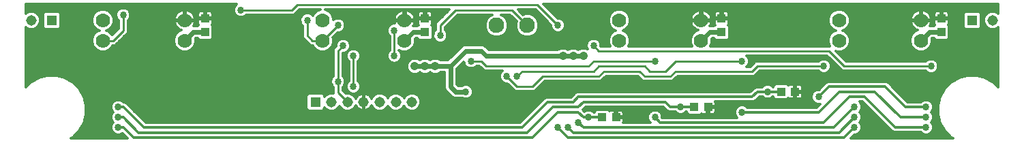
<source format=gbl>
G75*
G70*
%OFA0B0*%
%FSLAX24Y24*%
%IPPOS*%
%LPD*%
%AMOC8*
5,1,8,0,0,1.08239X$1,22.5*
%
%ADD10C,0.0700*%
%ADD11R,0.0515X0.0515*%
%ADD12C,0.0515*%
%ADD13C,0.0760*%
%ADD14R,0.0394X0.0433*%
%ADD15R,0.0433X0.0394*%
%ADD16C,0.0120*%
%ADD17C,0.0340*%
%ADD18C,0.0420*%
%ADD19C,0.0240*%
%ADD20C,0.0100*%
D10*
X004160Y005180D03*
X008160Y005180D03*
X008160Y006180D03*
X004160Y006180D03*
X014910Y006180D03*
X018910Y006180D03*
X018910Y005180D03*
X014910Y005180D03*
X029410Y005180D03*
X033410Y005180D03*
X033410Y006180D03*
X029410Y006180D03*
X040160Y006180D03*
X044160Y006180D03*
X044160Y005180D03*
X040160Y005180D03*
D11*
X046660Y006180D03*
X014548Y002180D03*
X001660Y006180D03*
D12*
X000660Y006180D03*
X015335Y002180D03*
X016123Y002180D03*
X016910Y002180D03*
X017697Y002180D03*
X018485Y002180D03*
X019272Y002180D03*
X047660Y006180D03*
D13*
X024910Y005930D03*
X023410Y005930D03*
D14*
X019910Y005595D03*
X019910Y006265D03*
X009160Y006265D03*
X009160Y005595D03*
X034410Y005595D03*
X034410Y006265D03*
X045160Y006265D03*
X045160Y005595D03*
D15*
X037995Y002680D03*
X037325Y002680D03*
X033745Y001930D03*
X033075Y001930D03*
X029245Y001430D03*
X028575Y001430D03*
D16*
X002692Y000456D02*
X002595Y000400D01*
X005351Y000400D01*
X005113Y000638D01*
X005108Y000633D01*
X004980Y000580D01*
X004840Y000580D01*
X004712Y000633D01*
X004613Y000732D01*
X004560Y000860D01*
X004560Y001000D01*
X004613Y001128D01*
X003212Y001128D01*
X003226Y001152D02*
X003340Y001579D01*
X003340Y002021D01*
X003226Y002448D01*
X003004Y002832D01*
X002692Y003144D01*
X002308Y003366D01*
X001881Y003480D01*
X001439Y003480D01*
X001012Y003366D01*
X000628Y003144D01*
X000380Y002896D01*
X000380Y005841D01*
X000412Y005809D01*
X000573Y005743D01*
X000747Y005743D01*
X000908Y005809D01*
X001031Y005932D01*
X001097Y006093D01*
X001097Y006267D01*
X001031Y006428D01*
X000908Y006551D01*
X000747Y006617D01*
X000573Y006617D01*
X000412Y006551D01*
X000380Y006519D01*
X000380Y006960D01*
X010695Y006960D01*
X010613Y006878D01*
X010560Y006750D01*
X010560Y006610D01*
X010613Y006482D01*
X010712Y006383D01*
X010840Y006330D01*
X010980Y006330D01*
X011108Y006383D01*
X011175Y006450D01*
X013505Y006450D01*
X013755Y006700D01*
X014780Y006700D01*
X014610Y006629D01*
X014461Y006480D01*
X014430Y006405D01*
X014358Y006477D01*
X014230Y006530D01*
X014090Y006530D01*
X013962Y006477D01*
X013863Y006378D01*
X013810Y006250D01*
X013810Y006110D01*
X013863Y005982D01*
X013930Y005915D01*
X013930Y005335D01*
X014180Y005085D01*
X014315Y004950D01*
X014432Y004950D01*
X014461Y004880D01*
X014610Y004731D01*
X014805Y004650D01*
X015015Y004650D01*
X015210Y004731D01*
X015359Y004880D01*
X015440Y005075D01*
X015440Y005285D01*
X015411Y005356D01*
X015635Y005580D01*
X015730Y005580D01*
X015858Y005633D01*
X015957Y005732D01*
X016010Y005860D01*
X016010Y006000D01*
X015957Y006128D01*
X015858Y006227D01*
X015730Y006280D01*
X015590Y006280D01*
X015462Y006227D01*
X015440Y006205D01*
X015440Y006285D01*
X015359Y006480D01*
X015210Y006629D01*
X015040Y006700D01*
X021105Y006700D01*
X020430Y006025D01*
X020430Y005695D01*
X020363Y005628D01*
X020310Y005500D01*
X020310Y005360D01*
X020363Y005232D01*
X020462Y005133D01*
X020590Y005080D01*
X020730Y005080D01*
X020858Y005133D01*
X020957Y005232D01*
X021010Y005360D01*
X021010Y005500D01*
X020957Y005628D01*
X020890Y005695D01*
X020890Y005835D01*
X021505Y006450D01*
X023202Y006450D01*
X023093Y006405D01*
X022935Y006247D01*
X022850Y006041D01*
X022850Y005819D01*
X022935Y005613D01*
X023093Y005455D01*
X023299Y005370D01*
X023521Y005370D01*
X023727Y005455D01*
X023885Y005613D01*
X023970Y005819D01*
X023970Y006041D01*
X023885Y006247D01*
X023727Y006405D01*
X023618Y006450D01*
X024065Y006450D01*
X024386Y006129D01*
X024350Y006041D01*
X024350Y005819D01*
X024435Y005613D01*
X024593Y005455D01*
X024799Y005370D01*
X025021Y005370D01*
X025227Y005455D01*
X025385Y005613D01*
X025470Y005819D01*
X025470Y006041D01*
X025385Y006247D01*
X025227Y006405D01*
X025021Y006490D01*
X024799Y006490D01*
X024711Y006454D01*
X024465Y006700D01*
X025315Y006700D01*
X026060Y005955D01*
X026060Y005860D01*
X026113Y005732D01*
X026212Y005633D01*
X026340Y005580D01*
X026480Y005580D01*
X026608Y005633D01*
X026707Y005732D01*
X026760Y005860D01*
X026760Y006000D01*
X026707Y006128D01*
X026608Y006227D01*
X026480Y006280D01*
X026385Y006280D01*
X025705Y006960D01*
X047940Y006960D01*
X047940Y006519D01*
X047908Y006551D01*
X047747Y006617D01*
X047573Y006617D01*
X047412Y006551D01*
X047289Y006428D01*
X047223Y006267D01*
X047223Y006093D01*
X047289Y005932D01*
X047412Y005809D01*
X047573Y005743D01*
X047747Y005743D01*
X047908Y005809D01*
X047940Y005841D01*
X047940Y002896D01*
X047692Y003144D01*
X047308Y003366D01*
X046881Y003480D01*
X046439Y003480D01*
X046012Y003366D01*
X045628Y003144D01*
X045316Y002832D01*
X045094Y002448D01*
X044980Y002021D01*
X044980Y001579D01*
X045094Y001152D01*
X045316Y000768D01*
X045628Y000456D01*
X045725Y000400D01*
X040719Y000400D01*
X040899Y000580D01*
X040980Y000580D01*
X041108Y000633D01*
X041207Y000732D01*
X041260Y000860D01*
X041260Y001000D01*
X041207Y001128D01*
X042373Y001128D01*
X042491Y001010D02*
X041256Y001010D01*
X041207Y001128D02*
X041155Y001180D01*
X041207Y001232D01*
X041260Y001360D01*
X041260Y001500D01*
X041207Y001628D01*
X041155Y001680D01*
X041207Y001732D01*
X041260Y001860D01*
X041260Y002000D01*
X041207Y002128D01*
X041145Y002190D01*
X041311Y002190D01*
X042774Y000727D01*
X042862Y000690D01*
X044155Y000690D01*
X044212Y000633D01*
X044340Y000580D01*
X044480Y000580D01*
X044608Y000633D01*
X044707Y000732D01*
X044760Y000860D01*
X044760Y001000D01*
X044707Y001128D01*
X045108Y001128D01*
X045176Y001010D02*
X044756Y001010D01*
X044707Y001128D02*
X044655Y001180D01*
X044707Y001232D01*
X044760Y001360D01*
X044760Y001500D01*
X044707Y001628D01*
X044655Y001680D01*
X044707Y001732D01*
X044760Y001860D01*
X044760Y002000D01*
X044707Y002128D01*
X044608Y002227D01*
X044480Y002280D01*
X044340Y002280D01*
X044212Y002227D01*
X044155Y002170D01*
X043509Y002170D01*
X042613Y003066D01*
X042546Y003133D01*
X042458Y003170D01*
X039612Y003170D01*
X039524Y003133D01*
X039171Y002780D01*
X039090Y002780D01*
X038962Y002727D01*
X038863Y002628D01*
X038810Y002500D01*
X038810Y002360D01*
X038863Y002232D01*
X038962Y002133D01*
X039090Y002080D01*
X039221Y002080D01*
X039061Y001920D01*
X035665Y001920D01*
X035608Y001977D01*
X035480Y002030D01*
X035340Y002030D01*
X035212Y001977D01*
X035113Y001878D01*
X035060Y001750D01*
X035060Y001610D01*
X035113Y001482D01*
X035175Y001420D01*
X031510Y001420D01*
X031510Y001500D01*
X031457Y001628D01*
X031358Y001727D01*
X031230Y001780D01*
X031090Y001780D01*
X030962Y001727D01*
X030863Y001628D01*
X030810Y001500D01*
X030810Y001360D01*
X030863Y001232D01*
X030925Y001170D01*
X029609Y001170D01*
X029610Y001171D01*
X029621Y001212D01*
X029621Y001392D01*
X029283Y001392D01*
X029283Y001468D01*
X029621Y001468D01*
X029621Y001648D01*
X029610Y001689D01*
X029589Y001725D01*
X029559Y001755D01*
X029523Y001776D01*
X029482Y001787D01*
X029283Y001787D01*
X029283Y001468D01*
X029206Y001468D01*
X029206Y001787D01*
X029007Y001787D01*
X028966Y001776D01*
X028930Y001755D01*
X028924Y001749D01*
X028866Y001807D01*
X028284Y001807D01*
X028179Y001701D01*
X028179Y001670D01*
X028165Y001670D01*
X028108Y001727D01*
X027980Y001780D01*
X027840Y001780D01*
X027712Y001727D01*
X027707Y001722D01*
X027624Y001805D01*
X027759Y001940D01*
X031561Y001940D01*
X031707Y001794D01*
X031774Y001727D01*
X031862Y001690D01*
X032155Y001690D01*
X032212Y001633D01*
X032340Y001580D01*
X032480Y001580D01*
X032608Y001633D01*
X032665Y001690D01*
X032679Y001690D01*
X032679Y001659D01*
X032784Y001553D01*
X033366Y001553D01*
X033424Y001611D01*
X033430Y001605D01*
X033466Y001584D01*
X033507Y001573D01*
X033706Y001573D01*
X033706Y001892D01*
X033783Y001892D01*
X033783Y001968D01*
X034121Y001968D01*
X034121Y002148D01*
X034110Y002189D01*
X034109Y002190D01*
X035958Y002190D01*
X036046Y002227D01*
X036259Y002440D01*
X036405Y002440D01*
X036462Y002383D01*
X036590Y002330D01*
X036730Y002330D01*
X036858Y002383D01*
X036915Y002440D01*
X036929Y002440D01*
X036929Y002409D01*
X037034Y002303D01*
X037616Y002303D01*
X037674Y002361D01*
X037680Y002355D01*
X037716Y002334D01*
X037757Y002323D01*
X037956Y002323D01*
X037956Y002642D01*
X038033Y002642D01*
X038033Y002718D01*
X038371Y002718D01*
X038371Y002898D01*
X038360Y002939D01*
X038339Y002975D01*
X038309Y003005D01*
X038273Y003026D01*
X038232Y003037D01*
X038033Y003037D01*
X038033Y002718D01*
X037956Y002718D01*
X037956Y003037D01*
X037757Y003037D01*
X037716Y003026D01*
X037680Y003005D01*
X037674Y002999D01*
X037616Y003057D01*
X037034Y003057D01*
X036929Y002951D01*
X036929Y002920D01*
X036915Y002920D01*
X036858Y002977D01*
X036730Y003030D01*
X036590Y003030D01*
X036462Y002977D01*
X036405Y002920D01*
X036112Y002920D01*
X036024Y002883D01*
X035957Y002816D01*
X035811Y002670D01*
X027362Y002670D01*
X027274Y002633D01*
X027207Y002566D01*
X027061Y002420D01*
X025862Y002420D01*
X025774Y002383D01*
X025707Y002316D01*
X024561Y001170D01*
X006259Y001170D01*
X005296Y002133D01*
X005208Y002170D01*
X005165Y002170D01*
X005108Y002227D01*
X004980Y002280D01*
X004840Y002280D01*
X004712Y002227D01*
X004613Y002128D01*
X004560Y002000D01*
X004560Y001860D01*
X004613Y001732D01*
X004665Y001680D01*
X004613Y001628D01*
X004560Y001500D01*
X004560Y001360D01*
X004613Y001232D01*
X004665Y001180D01*
X004613Y001128D01*
X004564Y001010D02*
X003144Y001010D01*
X003075Y000891D02*
X004560Y000891D01*
X004596Y000773D02*
X003007Y000773D01*
X003004Y000768D02*
X003226Y001152D01*
X003251Y001247D02*
X004607Y001247D01*
X004560Y001365D02*
X003283Y001365D01*
X003314Y001484D02*
X004560Y001484D01*
X004910Y001430D02*
X005160Y001430D01*
X005910Y000680D01*
X024910Y000680D01*
X026160Y001930D01*
X027410Y001930D01*
X027660Y002180D01*
X031660Y002180D01*
X031910Y001930D01*
X032410Y001930D01*
X033075Y001930D01*
X033706Y001839D02*
X033783Y001839D01*
X033783Y001892D02*
X033783Y001573D01*
X033982Y001573D01*
X034023Y001584D01*
X034059Y001605D01*
X034089Y001635D01*
X034110Y001671D01*
X034121Y001712D01*
X034121Y001892D01*
X033783Y001892D01*
X033783Y001958D02*
X035193Y001958D01*
X035097Y001839D02*
X034121Y001839D01*
X034121Y001721D02*
X035060Y001721D01*
X035063Y001602D02*
X034054Y001602D01*
X033783Y001602D02*
X033706Y001602D01*
X033706Y001721D02*
X033783Y001721D01*
X033435Y001602D02*
X033415Y001602D01*
X032735Y001602D02*
X032533Y001602D01*
X032287Y001602D02*
X031468Y001602D01*
X031364Y001721D02*
X031789Y001721D01*
X030956Y001721D02*
X029592Y001721D01*
X029621Y001602D02*
X030852Y001602D01*
X030810Y001484D02*
X029621Y001484D01*
X029621Y001365D02*
X030810Y001365D01*
X031160Y001430D02*
X031410Y001180D01*
X039410Y001180D01*
X040660Y002430D01*
X041410Y002430D01*
X042910Y000930D01*
X044410Y000930D01*
X044760Y000891D02*
X045245Y000891D01*
X045313Y000773D02*
X044724Y000773D01*
X044629Y000654D02*
X045430Y000654D01*
X045549Y000536D02*
X040855Y000536D01*
X041129Y000654D02*
X044191Y000654D01*
X042728Y000773D02*
X041224Y000773D01*
X041260Y000891D02*
X042610Y000891D01*
X040910Y000930D02*
X040410Y000430D01*
X026910Y000430D01*
X026410Y000930D01*
X026910Y000930D02*
X027160Y000680D01*
X040160Y000680D01*
X040910Y001430D01*
X041260Y001484D02*
X042017Y001484D01*
X042136Y001365D02*
X041260Y001365D01*
X041213Y001247D02*
X042254Y001247D01*
X043160Y001430D02*
X041910Y002680D01*
X040160Y002680D01*
X039160Y001680D01*
X035410Y001680D01*
X035627Y001958D02*
X039098Y001958D01*
X039217Y002076D02*
X034121Y002076D01*
X035969Y002195D02*
X038901Y002195D01*
X038830Y002313D02*
X037626Y002313D01*
X038033Y002323D02*
X038232Y002323D01*
X038273Y002334D01*
X038309Y002355D01*
X038339Y002385D01*
X038360Y002421D01*
X038371Y002462D01*
X038371Y002642D01*
X038033Y002642D01*
X038033Y002323D01*
X038033Y002432D02*
X037956Y002432D01*
X037956Y002550D02*
X038033Y002550D01*
X038371Y002550D02*
X038831Y002550D01*
X038810Y002432D02*
X038363Y002432D01*
X039160Y002430D02*
X039660Y002930D01*
X042410Y002930D01*
X043410Y001930D01*
X044410Y001930D01*
X044760Y001958D02*
X044980Y001958D01*
X044980Y001839D02*
X044751Y001839D01*
X044695Y001721D02*
X044980Y001721D01*
X044980Y001602D02*
X044718Y001602D01*
X044760Y001484D02*
X045006Y001484D01*
X045037Y001365D02*
X044760Y001365D01*
X044410Y001430D02*
X043160Y001430D01*
X041899Y001602D02*
X041218Y001602D01*
X041195Y001721D02*
X041780Y001721D01*
X041662Y001839D02*
X041251Y001839D01*
X041260Y001958D02*
X041543Y001958D01*
X040910Y001930D02*
X039910Y000930D01*
X027660Y000930D01*
X027410Y001180D01*
X027660Y001430D02*
X027910Y001430D01*
X028575Y001430D01*
X029206Y001484D02*
X029283Y001484D01*
X029283Y001602D02*
X029206Y001602D01*
X029206Y001721D02*
X029283Y001721D01*
X028198Y001721D02*
X028114Y001721D01*
X027658Y001839D02*
X031662Y001839D01*
X031510Y001484D02*
X035113Y001484D01*
X030857Y001247D02*
X029621Y001247D01*
X027660Y001430D02*
X027410Y001680D01*
X026410Y001680D01*
X025160Y000430D01*
X005660Y000430D01*
X005160Y000930D01*
X004910Y000930D01*
X005160Y001930D02*
X006160Y000930D01*
X024660Y000930D01*
X025910Y002180D01*
X027160Y002180D01*
X027410Y002430D01*
X035910Y002430D01*
X036160Y002680D01*
X036660Y002680D01*
X037325Y002680D01*
X037956Y002787D02*
X038033Y002787D01*
X038033Y002669D02*
X038904Y002669D01*
X039178Y002787D02*
X038371Y002787D01*
X038369Y002906D02*
X039296Y002906D01*
X039415Y003024D02*
X038276Y003024D01*
X038033Y003024D02*
X037956Y003024D01*
X037956Y002906D02*
X038033Y002906D01*
X037713Y003024D02*
X037649Y003024D01*
X037001Y003024D02*
X036744Y003024D01*
X036576Y003024D02*
X025579Y003024D01*
X025461Y002906D02*
X036077Y002906D01*
X035928Y002787D02*
X025342Y002787D01*
X025255Y002700D02*
X025755Y003200D01*
X028505Y003200D01*
X028755Y003450D01*
X030315Y003450D01*
X030430Y003335D01*
X030565Y003200D01*
X032005Y003200D01*
X032255Y003450D01*
X036005Y003450D01*
X036255Y003700D01*
X039145Y003700D01*
X039212Y003633D01*
X039340Y003580D01*
X039480Y003580D01*
X039608Y003633D01*
X039707Y003732D01*
X039760Y003860D01*
X039760Y004000D01*
X039707Y004128D01*
X039608Y004227D01*
X039480Y004280D01*
X039340Y004280D01*
X039212Y004227D01*
X039145Y004160D01*
X036065Y004160D01*
X035815Y003910D01*
X035635Y003910D01*
X035707Y003982D01*
X035760Y004110D01*
X035760Y004250D01*
X035707Y004378D01*
X035635Y004450D01*
X039565Y004450D01*
X040315Y003700D01*
X044395Y003700D01*
X044462Y003633D01*
X044590Y003580D01*
X044730Y003580D01*
X044858Y003633D01*
X044957Y003732D01*
X045010Y003860D01*
X045010Y004000D01*
X044957Y004128D01*
X044858Y004227D01*
X044730Y004280D01*
X044590Y004280D01*
X044462Y004227D01*
X044395Y004160D01*
X040505Y004160D01*
X039987Y004678D01*
X040055Y004650D01*
X040265Y004650D01*
X040460Y004731D01*
X040609Y004880D01*
X040690Y005075D01*
X040690Y005285D01*
X040609Y005480D01*
X040460Y005629D01*
X040338Y005680D01*
X040460Y005731D01*
X040609Y005880D01*
X040690Y006075D01*
X040690Y006285D01*
X040609Y006480D01*
X040460Y006629D01*
X040265Y006710D01*
X040055Y006710D01*
X039860Y006629D01*
X039711Y006480D01*
X039630Y006285D01*
X039630Y006075D01*
X039711Y005880D01*
X039860Y005731D01*
X039982Y005680D01*
X039860Y005629D01*
X039711Y005480D01*
X039630Y005285D01*
X039630Y005075D01*
X039698Y004910D01*
X033872Y004910D01*
X033940Y005075D01*
X033940Y005285D01*
X033940Y005286D01*
X033950Y005295D01*
X034042Y005295D01*
X034139Y005199D01*
X034681Y005199D01*
X034787Y005304D01*
X034787Y005886D01*
X034729Y005944D01*
X034735Y005950D01*
X034756Y005986D01*
X034767Y006027D01*
X034767Y006226D01*
X034448Y006226D01*
X034448Y006303D01*
X034372Y006303D01*
X034372Y006641D01*
X034192Y006641D01*
X034151Y006630D01*
X034115Y006609D01*
X034085Y006579D01*
X033728Y006579D01*
X033742Y006569D02*
X033677Y006616D01*
X033606Y006653D01*
X033529Y006677D01*
X033450Y006690D01*
X033450Y006690D01*
X033450Y006220D01*
X033920Y006220D01*
X033920Y006220D01*
X033907Y006299D01*
X033883Y006376D01*
X033846Y006447D01*
X033799Y006512D01*
X033742Y006569D01*
X033837Y006461D02*
X034053Y006461D01*
X034053Y006502D02*
X034053Y006303D01*
X034372Y006303D01*
X034372Y006226D01*
X034053Y006226D01*
X034053Y006027D01*
X034064Y005986D01*
X034085Y005950D01*
X034091Y005944D01*
X034042Y005895D01*
X033834Y005895D01*
X033846Y005913D01*
X033883Y005984D01*
X033907Y006061D01*
X033920Y006140D01*
X033450Y006140D01*
X033450Y006220D01*
X033370Y006220D01*
X033370Y006690D01*
X033370Y006690D01*
X033291Y006677D01*
X033214Y006653D01*
X033143Y006616D01*
X033078Y006569D01*
X033021Y006512D01*
X032974Y006447D01*
X032937Y006376D01*
X032913Y006299D01*
X032900Y006220D01*
X033370Y006220D01*
X033370Y006140D01*
X032900Y006140D01*
X032900Y006140D01*
X032913Y006061D01*
X032937Y005984D01*
X032974Y005913D01*
X033021Y005848D01*
X033078Y005791D01*
X033143Y005744D01*
X033214Y005707D01*
X033261Y005692D01*
X033110Y005629D01*
X032961Y005480D01*
X032880Y005285D01*
X032880Y005075D01*
X032948Y004910D01*
X029872Y004910D01*
X029940Y005075D01*
X029940Y005285D01*
X029859Y005480D01*
X029710Y005629D01*
X029588Y005680D01*
X029710Y005731D01*
X029859Y005880D01*
X029940Y006075D01*
X029940Y006285D01*
X029859Y006480D01*
X029710Y006629D01*
X029515Y006710D01*
X029305Y006710D01*
X029110Y006629D01*
X028961Y006480D01*
X028880Y006285D01*
X028880Y006075D01*
X028961Y005880D01*
X029110Y005731D01*
X029232Y005680D01*
X029110Y005629D01*
X028961Y005480D01*
X028880Y005285D01*
X028880Y005075D01*
X028948Y004910D01*
X028510Y004910D01*
X028510Y005000D01*
X028457Y005128D01*
X028358Y005227D01*
X028230Y005280D01*
X028090Y005280D01*
X027962Y005227D01*
X027863Y005128D01*
X027810Y005000D01*
X027810Y004860D01*
X027845Y004775D01*
X027738Y004820D01*
X027582Y004820D01*
X027439Y004761D01*
X027410Y004732D01*
X027381Y004761D01*
X027238Y004820D01*
X027082Y004820D01*
X026939Y004761D01*
X026910Y004732D01*
X026881Y004761D01*
X026738Y004820D01*
X026582Y004820D01*
X026439Y004761D01*
X026408Y004730D01*
X023034Y004730D01*
X022830Y004934D01*
X022720Y004980D01*
X021850Y004980D01*
X021740Y004934D01*
X021656Y004850D01*
X021036Y004230D01*
X020662Y004230D01*
X020631Y004261D01*
X020488Y004320D01*
X020332Y004320D01*
X020189Y004261D01*
X020160Y004232D01*
X020131Y004261D01*
X019988Y004320D01*
X019832Y004320D01*
X019689Y004261D01*
X019660Y004232D01*
X019631Y004261D01*
X019488Y004320D01*
X019332Y004320D01*
X019189Y004261D01*
X019079Y004151D01*
X019020Y004008D01*
X019020Y003852D01*
X019079Y003709D01*
X019189Y003599D01*
X019332Y003540D01*
X019488Y003540D01*
X019631Y003599D01*
X019660Y003628D01*
X019689Y003599D01*
X019832Y003540D01*
X019988Y003540D01*
X020131Y003599D01*
X020160Y003628D01*
X020189Y003599D01*
X020332Y003540D01*
X020488Y003540D01*
X020631Y003599D01*
X020662Y003630D01*
X020860Y003630D01*
X020860Y002870D01*
X020906Y002760D01*
X021156Y002510D01*
X021240Y002426D01*
X021350Y002380D01*
X021720Y002380D01*
X021840Y002330D01*
X021980Y002330D01*
X022108Y002383D01*
X022207Y002482D01*
X022260Y002610D01*
X022260Y002750D01*
X022207Y002878D01*
X022108Y002977D01*
X021980Y003030D01*
X021840Y003030D01*
X021720Y002980D01*
X021534Y002980D01*
X021460Y003054D01*
X021460Y003806D01*
X021810Y004156D01*
X021810Y004110D01*
X021863Y003982D01*
X021962Y003883D01*
X022090Y003830D01*
X022230Y003830D01*
X022358Y003883D01*
X022425Y003950D01*
X022565Y003950D01*
X022815Y003700D01*
X023685Y003700D01*
X023613Y003628D01*
X023560Y003500D01*
X023560Y003360D01*
X023613Y003232D01*
X023712Y003133D01*
X023840Y003080D01*
X023935Y003080D01*
X024315Y002700D01*
X025255Y002700D01*
X024228Y002787D02*
X022245Y002787D01*
X022260Y002669D02*
X027359Y002669D01*
X027191Y002550D02*
X022235Y002550D01*
X022156Y002432D02*
X027072Y002432D01*
X025704Y002313D02*
X019691Y002313D01*
X019710Y002267D02*
X019643Y002428D01*
X019520Y002551D01*
X019359Y002617D01*
X019185Y002617D01*
X019024Y002551D01*
X018901Y002428D01*
X018879Y002373D01*
X018856Y002428D01*
X018733Y002551D01*
X018572Y002617D01*
X018398Y002617D01*
X018237Y002551D01*
X018114Y002428D01*
X018091Y002373D01*
X018068Y002428D01*
X017945Y002551D01*
X017784Y002617D01*
X017610Y002617D01*
X017450Y002551D01*
X017327Y002428D01*
X017293Y002347D01*
X017267Y002399D01*
X017228Y002452D01*
X017182Y002498D01*
X017129Y002537D01*
X017070Y002567D01*
X017008Y002587D01*
X016943Y002597D01*
X016929Y002597D01*
X016929Y002199D01*
X016891Y002199D01*
X016891Y002597D01*
X016877Y002597D01*
X016812Y002587D01*
X016750Y002567D01*
X016691Y002537D01*
X016638Y002498D01*
X016592Y002452D01*
X016553Y002399D01*
X016527Y002347D01*
X016493Y002428D01*
X016370Y002551D01*
X016210Y002617D01*
X016036Y002617D01*
X016018Y002610D01*
X015890Y002738D01*
X015890Y002915D01*
X015957Y002982D01*
X016010Y003110D01*
X016010Y003250D01*
X015957Y003378D01*
X015890Y003445D01*
X015890Y004580D01*
X015980Y004580D01*
X016108Y004633D01*
X016207Y004732D01*
X016260Y004860D01*
X016260Y005000D01*
X016207Y005128D01*
X016108Y005227D01*
X015980Y005280D01*
X015840Y005280D01*
X015712Y005227D01*
X015613Y005128D01*
X015560Y005000D01*
X015560Y004905D01*
X015430Y004775D01*
X015430Y003445D01*
X015363Y003378D01*
X015310Y003250D01*
X015310Y003110D01*
X015363Y002982D01*
X015430Y002915D01*
X015430Y002614D01*
X015422Y002617D01*
X015248Y002617D01*
X015087Y002551D01*
X014985Y002449D01*
X014985Y002512D01*
X014880Y002617D01*
X014216Y002617D01*
X014110Y002512D01*
X014110Y001848D01*
X014216Y001743D01*
X014880Y001743D01*
X014985Y001848D01*
X014985Y001911D01*
X015087Y001809D01*
X015248Y001743D01*
X015422Y001743D01*
X015583Y001809D01*
X015706Y001932D01*
X015729Y001987D01*
X015752Y001932D01*
X015875Y001809D01*
X016036Y001743D01*
X016210Y001743D01*
X016370Y001809D01*
X016493Y001932D01*
X016527Y002013D01*
X016553Y001961D01*
X016592Y001908D01*
X016638Y001862D01*
X016691Y001823D01*
X016750Y001793D01*
X016812Y001773D01*
X016877Y001763D01*
X016891Y001763D01*
X016891Y002161D01*
X016929Y002161D01*
X016929Y001763D01*
X016943Y001763D01*
X017008Y001773D01*
X017070Y001793D01*
X017129Y001823D01*
X017182Y001862D01*
X017228Y001908D01*
X017267Y001961D01*
X017293Y002013D01*
X017327Y001932D01*
X017450Y001809D01*
X017610Y001743D01*
X017784Y001743D01*
X017945Y001809D01*
X018068Y001932D01*
X018091Y001987D01*
X018114Y001932D01*
X018237Y001809D01*
X018398Y001743D01*
X018572Y001743D01*
X018733Y001809D01*
X018856Y001932D01*
X018879Y001987D01*
X018901Y001932D01*
X019024Y001809D01*
X019185Y001743D01*
X019359Y001743D01*
X019520Y001809D01*
X019643Y001932D01*
X019710Y002093D01*
X019710Y002267D01*
X019710Y002195D02*
X025585Y002195D01*
X025467Y002076D02*
X019703Y002076D01*
X019654Y001958D02*
X025348Y001958D01*
X025230Y001839D02*
X019550Y001839D01*
X018995Y001839D02*
X018762Y001839D01*
X018866Y001958D02*
X018891Y001958D01*
X018207Y001839D02*
X017975Y001839D01*
X018079Y001958D02*
X018103Y001958D01*
X017420Y001839D02*
X017151Y001839D01*
X017264Y001958D02*
X017316Y001958D01*
X016929Y001958D02*
X016891Y001958D01*
X016891Y001839D02*
X016929Y001839D01*
X016669Y001839D02*
X016400Y001839D01*
X016504Y001958D02*
X016556Y001958D01*
X016891Y002076D02*
X016929Y002076D01*
X016929Y002313D02*
X016891Y002313D01*
X016891Y002432D02*
X016929Y002432D01*
X016929Y002550D02*
X016891Y002550D01*
X016717Y002550D02*
X016371Y002550D01*
X016340Y002580D02*
X016480Y002580D01*
X016608Y002633D01*
X016707Y002732D01*
X016760Y002860D01*
X016760Y003000D01*
X016707Y003128D01*
X016640Y003195D01*
X016640Y004165D01*
X016707Y004232D01*
X016760Y004360D01*
X016760Y004500D01*
X016707Y004628D01*
X016608Y004727D01*
X016480Y004780D01*
X016340Y004780D01*
X016212Y004727D01*
X016113Y004628D01*
X016060Y004500D01*
X016060Y004360D01*
X016113Y004232D01*
X016180Y004165D01*
X016180Y003195D01*
X016113Y003128D01*
X016060Y003000D01*
X016060Y002860D01*
X016113Y002732D01*
X016212Y002633D01*
X016340Y002580D01*
X016177Y002669D02*
X015959Y002669D01*
X015890Y002787D02*
X016090Y002787D01*
X016643Y002669D02*
X020997Y002669D01*
X020895Y002787D02*
X016730Y002787D01*
X016760Y002906D02*
X020860Y002906D01*
X020860Y003024D02*
X016750Y003024D01*
X016070Y003024D02*
X015974Y003024D01*
X015890Y002906D02*
X016060Y002906D01*
X015430Y002906D02*
X002930Y002906D01*
X002812Y003024D02*
X015346Y003024D01*
X015310Y003143D02*
X002693Y003143D01*
X002489Y003261D02*
X015315Y003261D01*
X015365Y003380D02*
X002256Y003380D01*
X001064Y003380D02*
X000380Y003380D01*
X000380Y003261D02*
X000831Y003261D01*
X000627Y003143D02*
X000380Y003143D01*
X000380Y003024D02*
X000508Y003024D01*
X000390Y002906D02*
X000380Y002906D01*
X003030Y002787D02*
X015430Y002787D01*
X015430Y002669D02*
X003098Y002669D01*
X003167Y002550D02*
X014148Y002550D01*
X014110Y002432D02*
X003230Y002432D01*
X003262Y002313D02*
X014110Y002313D01*
X014110Y002195D02*
X005140Y002195D01*
X004680Y002195D02*
X003294Y002195D01*
X003325Y002076D02*
X004592Y002076D01*
X004560Y001958D02*
X003340Y001958D01*
X003340Y001839D02*
X004569Y001839D01*
X004910Y001930D02*
X005160Y001930D01*
X005472Y001958D02*
X014110Y001958D01*
X014119Y001839D02*
X005590Y001839D01*
X005709Y001721D02*
X025111Y001721D01*
X024993Y001602D02*
X005827Y001602D01*
X005946Y001484D02*
X024874Y001484D01*
X024756Y001365D02*
X006064Y001365D01*
X006183Y001247D02*
X024637Y001247D01*
X021234Y002432D02*
X019639Y002432D01*
X019521Y002550D02*
X021116Y002550D01*
X019024Y002550D02*
X018733Y002550D01*
X018852Y002432D02*
X018905Y002432D01*
X018236Y002550D02*
X017946Y002550D01*
X018065Y002432D02*
X018118Y002432D01*
X017449Y002550D02*
X017103Y002550D01*
X017243Y002432D02*
X017330Y002432D01*
X016577Y002432D02*
X016490Y002432D01*
X015087Y002550D02*
X014947Y002550D01*
X014110Y002076D02*
X005353Y002076D01*
X004625Y001721D02*
X003340Y001721D01*
X003340Y001602D02*
X004602Y001602D01*
X003004Y000768D02*
X002692Y000456D01*
X002625Y000417D02*
X005334Y000417D01*
X005215Y000536D02*
X002771Y000536D01*
X002890Y000654D02*
X004691Y000654D01*
X014976Y001839D02*
X015058Y001839D01*
X015613Y001839D02*
X015845Y001839D01*
X015741Y001958D02*
X015717Y001958D01*
X022179Y002906D02*
X024109Y002906D01*
X023991Y003024D02*
X021994Y003024D01*
X021826Y003024D02*
X021490Y003024D01*
X021460Y003143D02*
X023703Y003143D01*
X023601Y003261D02*
X021460Y003261D01*
X021460Y003380D02*
X023560Y003380D01*
X023560Y003498D02*
X021460Y003498D01*
X021460Y003617D02*
X023608Y003617D01*
X022780Y003735D02*
X021460Y003735D01*
X021508Y003854D02*
X022034Y003854D01*
X022286Y003854D02*
X022661Y003854D01*
X021873Y003972D02*
X021626Y003972D01*
X021745Y004091D02*
X021818Y004091D01*
X021133Y004328D02*
X018746Y004328D01*
X018760Y004360D02*
X018760Y004500D01*
X018707Y004628D01*
X018640Y004695D01*
X018640Y004718D01*
X018805Y004650D01*
X019015Y004650D01*
X019210Y004731D01*
X019359Y004880D01*
X019440Y005075D01*
X019440Y005285D01*
X019440Y005286D01*
X019450Y005295D01*
X019542Y005295D01*
X019639Y005199D01*
X020181Y005199D01*
X020287Y005304D01*
X020287Y005886D01*
X020229Y005944D01*
X020235Y005950D01*
X020256Y005986D01*
X020267Y006027D01*
X020267Y006226D01*
X019948Y006226D01*
X019948Y006303D01*
X019872Y006303D01*
X019872Y006641D01*
X019692Y006641D01*
X019651Y006630D01*
X019615Y006609D01*
X019585Y006579D01*
X019228Y006579D01*
X019242Y006569D02*
X019177Y006616D01*
X019106Y006653D01*
X019029Y006677D01*
X018950Y006690D01*
X018950Y006690D01*
X018950Y006220D01*
X019420Y006220D01*
X019420Y006220D01*
X019407Y006299D01*
X019383Y006376D01*
X019346Y006447D01*
X019299Y006512D01*
X019242Y006569D01*
X019337Y006461D02*
X019553Y006461D01*
X019553Y006502D02*
X019553Y006303D01*
X019872Y006303D01*
X019872Y006226D01*
X019553Y006226D01*
X019553Y006027D01*
X019564Y005986D01*
X019585Y005950D01*
X019591Y005944D01*
X019542Y005895D01*
X019334Y005895D01*
X019346Y005913D01*
X019383Y005984D01*
X019407Y006061D01*
X019420Y006140D01*
X018950Y006140D01*
X018950Y006220D01*
X018870Y006220D01*
X018870Y006690D01*
X018870Y006690D01*
X018791Y006677D01*
X018714Y006653D01*
X018643Y006616D01*
X018578Y006569D01*
X018521Y006512D01*
X018474Y006447D01*
X018437Y006376D01*
X018413Y006299D01*
X018400Y006220D01*
X018870Y006220D01*
X018870Y006140D01*
X018400Y006140D01*
X018400Y006140D01*
X018413Y006061D01*
X018422Y006030D01*
X018340Y006030D01*
X018212Y005977D01*
X018113Y005878D01*
X018060Y005750D01*
X018060Y005610D01*
X018113Y005482D01*
X018180Y005415D01*
X018180Y004695D01*
X018113Y004628D01*
X018060Y004500D01*
X018060Y004360D01*
X018113Y004232D01*
X018212Y004133D01*
X018340Y004080D01*
X018480Y004080D01*
X018608Y004133D01*
X018707Y004232D01*
X018760Y004360D01*
X018760Y004446D02*
X021252Y004446D01*
X021370Y004565D02*
X018733Y004565D01*
X018725Y004683D02*
X018652Y004683D01*
X019095Y004683D02*
X021489Y004683D01*
X021607Y004802D02*
X019281Y004802D01*
X019376Y004920D02*
X021726Y004920D01*
X020882Y005157D02*
X027892Y005157D01*
X028080Y005276D02*
X020975Y005276D01*
X020438Y005157D02*
X019440Y005157D01*
X019440Y005276D02*
X019562Y005276D01*
X020258Y005276D02*
X020345Y005276D01*
X020310Y005394D02*
X020287Y005394D01*
X020287Y005513D02*
X020315Y005513D01*
X021005Y005513D02*
X023036Y005513D01*
X023241Y005394D02*
X021010Y005394D01*
X020954Y005631D02*
X022928Y005631D01*
X022879Y005750D02*
X020890Y005750D01*
X020923Y005868D02*
X022850Y005868D01*
X022850Y005987D02*
X021042Y005987D01*
X021160Y006105D02*
X022876Y006105D01*
X022925Y006224D02*
X021279Y006224D01*
X021397Y006342D02*
X023030Y006342D01*
X023790Y006342D02*
X024173Y006342D01*
X024291Y006224D02*
X023895Y006224D01*
X023944Y006105D02*
X024376Y006105D01*
X024350Y005987D02*
X023970Y005987D01*
X023970Y005868D02*
X024350Y005868D01*
X024379Y005750D02*
X023941Y005750D01*
X023892Y005631D02*
X024428Y005631D01*
X024536Y005513D02*
X023784Y005513D01*
X023579Y005394D02*
X024741Y005394D01*
X025079Y005394D02*
X028925Y005394D01*
X028993Y005513D02*
X025284Y005513D01*
X025392Y005631D02*
X026217Y005631D01*
X026603Y005631D02*
X029114Y005631D01*
X029706Y005631D02*
X033114Y005631D01*
X033135Y005750D02*
X029729Y005750D01*
X029848Y005868D02*
X033006Y005868D01*
X032937Y005987D02*
X029904Y005987D01*
X029940Y006105D02*
X032906Y006105D01*
X032900Y006220D02*
X032900Y006220D01*
X032901Y006224D02*
X029940Y006224D01*
X029917Y006342D02*
X032926Y006342D01*
X033370Y006342D02*
X033450Y006342D01*
X033450Y006224D02*
X033370Y006224D01*
X033894Y006342D02*
X034053Y006342D01*
X034053Y006224D02*
X033919Y006224D01*
X033920Y006140D02*
X033920Y006140D01*
X033914Y006105D02*
X034053Y006105D01*
X034064Y005987D02*
X033883Y005987D01*
X034756Y005987D02*
X039666Y005987D01*
X039630Y006105D02*
X034767Y006105D01*
X034767Y006224D02*
X039630Y006224D01*
X039653Y006342D02*
X034767Y006342D01*
X034767Y006303D02*
X034767Y006502D01*
X034756Y006543D01*
X034735Y006579D01*
X039809Y006579D01*
X039703Y006461D02*
X034767Y006461D01*
X034735Y006579D02*
X034705Y006609D01*
X034669Y006630D01*
X034628Y006641D01*
X034448Y006641D01*
X034448Y006303D01*
X034767Y006303D01*
X034448Y006342D02*
X034372Y006342D01*
X034372Y006461D02*
X034448Y006461D01*
X034448Y006579D02*
X034372Y006579D01*
X034085Y006579D02*
X034064Y006543D01*
X034053Y006502D01*
X033450Y006461D02*
X033370Y006461D01*
X033370Y006579D02*
X033450Y006579D01*
X033092Y006579D02*
X029761Y006579D01*
X029867Y006461D02*
X032983Y006461D01*
X029546Y006698D02*
X040024Y006698D01*
X040296Y006698D02*
X047940Y006698D01*
X047940Y006816D02*
X025849Y006816D01*
X025731Y006935D02*
X047940Y006935D01*
X047097Y006512D02*
X046992Y006617D01*
X046328Y006617D01*
X046223Y006512D01*
X046223Y005848D01*
X046328Y005743D01*
X046992Y005743D01*
X047097Y005848D01*
X047097Y006512D01*
X047097Y006461D02*
X047322Y006461D01*
X047480Y006579D02*
X047031Y006579D01*
X046289Y006579D02*
X045485Y006579D01*
X045455Y006609D01*
X045419Y006630D01*
X045378Y006641D01*
X045198Y006641D01*
X045198Y006303D01*
X045122Y006303D01*
X045122Y006641D01*
X044942Y006641D01*
X044901Y006630D01*
X044865Y006609D01*
X044835Y006579D01*
X044478Y006579D01*
X044492Y006569D02*
X044427Y006616D01*
X044356Y006653D01*
X044279Y006677D01*
X044200Y006690D01*
X044200Y006690D01*
X044200Y006220D01*
X044670Y006220D01*
X044670Y006220D01*
X044657Y006299D01*
X044633Y006376D01*
X044596Y006447D01*
X044549Y006512D01*
X044492Y006569D01*
X044587Y006461D02*
X044803Y006461D01*
X044803Y006502D02*
X044803Y006303D01*
X045122Y006303D01*
X045122Y006226D01*
X044803Y006226D01*
X044803Y006027D01*
X044814Y005986D01*
X044835Y005950D01*
X044841Y005944D01*
X044792Y005895D01*
X044584Y005895D01*
X044596Y005913D01*
X044633Y005984D01*
X044657Y006061D01*
X044670Y006140D01*
X044200Y006140D01*
X044200Y006220D01*
X044120Y006220D01*
X044120Y006690D01*
X044120Y006690D01*
X044041Y006677D01*
X043964Y006653D01*
X043893Y006616D01*
X043828Y006569D01*
X043771Y006512D01*
X043724Y006447D01*
X043687Y006376D01*
X043663Y006299D01*
X043650Y006220D01*
X044120Y006220D01*
X044120Y006140D01*
X043650Y006140D01*
X043650Y006140D01*
X043663Y006061D01*
X043687Y005984D01*
X043724Y005913D01*
X043771Y005848D01*
X043828Y005791D01*
X043893Y005744D01*
X043964Y005707D01*
X044011Y005692D01*
X043860Y005629D01*
X043711Y005480D01*
X043630Y005285D01*
X043630Y005075D01*
X043711Y004880D01*
X043860Y004731D01*
X044055Y004650D01*
X044265Y004650D01*
X044460Y004731D01*
X044609Y004880D01*
X044690Y005075D01*
X044690Y005285D01*
X044690Y005286D01*
X044700Y005295D01*
X044792Y005295D01*
X044889Y005199D01*
X045431Y005199D01*
X045537Y005304D01*
X045537Y005886D01*
X045479Y005944D01*
X045485Y005950D01*
X045506Y005986D01*
X045517Y006027D01*
X045517Y006226D01*
X045198Y006226D01*
X045198Y006303D01*
X045517Y006303D01*
X045517Y006502D01*
X045506Y006543D01*
X045485Y006579D01*
X045517Y006461D02*
X046223Y006461D01*
X046223Y006342D02*
X045517Y006342D01*
X045517Y006224D02*
X046223Y006224D01*
X046223Y006105D02*
X045517Y006105D01*
X045506Y005987D02*
X046223Y005987D01*
X046223Y005868D02*
X045537Y005868D01*
X045537Y005750D02*
X046321Y005750D01*
X046999Y005750D02*
X047556Y005750D01*
X047764Y005750D02*
X047940Y005750D01*
X047940Y005631D02*
X045537Y005631D01*
X045537Y005513D02*
X047940Y005513D01*
X047940Y005394D02*
X045537Y005394D01*
X045508Y005276D02*
X047940Y005276D01*
X047940Y005157D02*
X044690Y005157D01*
X044690Y005276D02*
X044812Y005276D01*
X043675Y005394D02*
X040645Y005394D01*
X040577Y005513D02*
X043743Y005513D01*
X043864Y005631D02*
X040456Y005631D01*
X039864Y005631D02*
X034787Y005631D01*
X034787Y005513D02*
X039743Y005513D01*
X039675Y005394D02*
X034787Y005394D01*
X034758Y005276D02*
X039630Y005276D01*
X039630Y005157D02*
X033940Y005157D01*
X033940Y005276D02*
X034062Y005276D01*
X032925Y005394D02*
X029895Y005394D01*
X029827Y005513D02*
X032993Y005513D01*
X032880Y005276D02*
X029940Y005276D01*
X029940Y005157D02*
X032880Y005157D01*
X032895Y005039D02*
X029925Y005039D01*
X029876Y004920D02*
X032944Y004920D01*
X033876Y004920D02*
X039694Y004920D01*
X039645Y005039D02*
X033925Y005039D01*
X035639Y004446D02*
X039569Y004446D01*
X039687Y004328D02*
X035728Y004328D01*
X035760Y004209D02*
X039194Y004209D01*
X039626Y004209D02*
X039806Y004209D01*
X039722Y004091D02*
X039924Y004091D01*
X040456Y004209D02*
X044444Y004209D01*
X044876Y004209D02*
X047940Y004209D01*
X047940Y004091D02*
X044972Y004091D01*
X045010Y003972D02*
X047940Y003972D01*
X047940Y003854D02*
X045007Y003854D01*
X044958Y003735D02*
X047940Y003735D01*
X047940Y003617D02*
X044818Y003617D01*
X044502Y003617D02*
X039568Y003617D01*
X039252Y003617D02*
X036172Y003617D01*
X036053Y003498D02*
X047940Y003498D01*
X047940Y003380D02*
X047256Y003380D01*
X047489Y003261D02*
X047940Y003261D01*
X047940Y003143D02*
X047693Y003143D01*
X047812Y003024D02*
X047940Y003024D01*
X047930Y002906D02*
X047940Y002906D01*
X045831Y003261D02*
X032066Y003261D01*
X032185Y003380D02*
X046064Y003380D01*
X045627Y003143D02*
X042524Y003143D01*
X042613Y003066D02*
X042613Y003066D01*
X042655Y003024D02*
X045508Y003024D01*
X045390Y002906D02*
X042774Y002906D01*
X042892Y002787D02*
X045290Y002787D01*
X045222Y002669D02*
X043011Y002669D01*
X043129Y002550D02*
X045153Y002550D01*
X045090Y002432D02*
X043248Y002432D01*
X043366Y002313D02*
X045058Y002313D01*
X045026Y002195D02*
X044640Y002195D01*
X044180Y002195D02*
X043485Y002195D01*
X044728Y002076D02*
X044995Y002076D01*
X041425Y002076D02*
X041228Y002076D01*
X037024Y002313D02*
X036132Y002313D01*
X036251Y002432D02*
X036414Y002432D01*
X036906Y002432D02*
X036929Y002432D01*
X039546Y003143D02*
X025698Y003143D01*
X028566Y003261D02*
X030504Y003261D01*
X030385Y003380D02*
X028685Y003380D01*
X035697Y003972D02*
X035877Y003972D01*
X035995Y004091D02*
X035752Y004091D01*
X039708Y003735D02*
X040280Y003735D01*
X040161Y003854D02*
X039757Y003854D01*
X039760Y003972D02*
X040043Y003972D01*
X040338Y004328D02*
X047940Y004328D01*
X047940Y004446D02*
X040219Y004446D01*
X040101Y004565D02*
X047940Y004565D01*
X047940Y004683D02*
X044345Y004683D01*
X043975Y004683D02*
X040345Y004683D01*
X040531Y004802D02*
X043789Y004802D01*
X043694Y004920D02*
X040626Y004920D01*
X040675Y005039D02*
X043645Y005039D01*
X043630Y005157D02*
X040690Y005157D01*
X040690Y005276D02*
X043630Y005276D01*
X044675Y005039D02*
X047940Y005039D01*
X047940Y004920D02*
X044626Y004920D01*
X044531Y004802D02*
X047940Y004802D01*
X043885Y005750D02*
X040479Y005750D01*
X040598Y005868D02*
X043756Y005868D01*
X043687Y005987D02*
X040654Y005987D01*
X040690Y006105D02*
X043656Y006105D01*
X043650Y006220D02*
X043650Y006220D01*
X043651Y006224D02*
X040690Y006224D01*
X040667Y006342D02*
X043676Y006342D01*
X044120Y006342D02*
X044200Y006342D01*
X044200Y006224D02*
X044120Y006224D01*
X044644Y006342D02*
X044803Y006342D01*
X044803Y006224D02*
X044669Y006224D01*
X044670Y006140D02*
X044670Y006140D01*
X044664Y006105D02*
X044803Y006105D01*
X044814Y005987D02*
X044633Y005987D01*
X045122Y006342D02*
X045198Y006342D01*
X045198Y006461D02*
X045122Y006461D01*
X045122Y006579D02*
X045198Y006579D01*
X044835Y006579D02*
X044814Y006543D01*
X044803Y006502D01*
X044200Y006461D02*
X044120Y006461D01*
X044120Y006579D02*
X044200Y006579D01*
X043842Y006579D02*
X040511Y006579D01*
X040617Y006461D02*
X043733Y006461D01*
X047097Y006342D02*
X047254Y006342D01*
X047223Y006224D02*
X047097Y006224D01*
X047097Y006105D02*
X047223Y006105D01*
X047267Y005987D02*
X047097Y005987D01*
X047097Y005868D02*
X047353Y005868D01*
X047840Y006579D02*
X047940Y006579D01*
X039841Y005750D02*
X034787Y005750D01*
X034787Y005868D02*
X039722Y005868D01*
X029274Y006698D02*
X025968Y006698D01*
X025317Y006698D02*
X024468Y006698D01*
X024586Y006579D02*
X025436Y006579D01*
X025554Y006461D02*
X025093Y006461D01*
X024727Y006461D02*
X024705Y006461D01*
X025290Y006342D02*
X025673Y006342D01*
X025791Y006224D02*
X025395Y006224D01*
X025444Y006105D02*
X025910Y006105D01*
X026028Y005987D02*
X025470Y005987D01*
X025470Y005868D02*
X026060Y005868D01*
X026106Y005750D02*
X025441Y005750D01*
X026714Y005750D02*
X029091Y005750D01*
X028972Y005868D02*
X026760Y005868D01*
X026760Y005987D02*
X028916Y005987D01*
X028880Y006105D02*
X026716Y006105D01*
X026611Y006224D02*
X028880Y006224D01*
X028903Y006342D02*
X026323Y006342D01*
X026205Y006461D02*
X028953Y006461D01*
X029059Y006579D02*
X026086Y006579D01*
X021102Y006698D02*
X015046Y006698D01*
X014774Y006698D02*
X013753Y006698D01*
X013634Y006579D02*
X014559Y006579D01*
X014453Y006461D02*
X014374Y006461D01*
X013946Y006461D02*
X013516Y006461D01*
X013848Y006342D02*
X011009Y006342D01*
X010811Y006342D02*
X009517Y006342D01*
X009517Y006303D02*
X009517Y006502D01*
X009506Y006543D01*
X009485Y006579D01*
X010573Y006579D01*
X010635Y006461D02*
X009517Y006461D01*
X009485Y006579D02*
X009455Y006609D01*
X009419Y006630D01*
X009378Y006641D01*
X009198Y006641D01*
X009198Y006303D01*
X009122Y006303D01*
X009122Y006641D01*
X008942Y006641D01*
X008901Y006630D01*
X008865Y006609D01*
X008835Y006579D01*
X008478Y006579D01*
X008492Y006569D02*
X008427Y006616D01*
X008356Y006653D01*
X008279Y006677D01*
X008200Y006690D01*
X008200Y006690D01*
X008200Y006220D01*
X008670Y006220D01*
X008670Y006220D01*
X008657Y006299D01*
X008633Y006376D01*
X008596Y006447D01*
X008549Y006512D01*
X008492Y006569D01*
X008587Y006461D02*
X008803Y006461D01*
X008803Y006502D02*
X008803Y006303D01*
X009122Y006303D01*
X009122Y006226D01*
X008803Y006226D01*
X008803Y006027D01*
X008814Y005986D01*
X008835Y005950D01*
X008841Y005944D01*
X008792Y005895D01*
X008584Y005895D01*
X008596Y005913D01*
X008633Y005984D01*
X008657Y006061D01*
X008670Y006140D01*
X008200Y006140D01*
X008200Y006220D01*
X008120Y006220D01*
X008120Y006690D01*
X008120Y006690D01*
X008041Y006677D01*
X007964Y006653D01*
X007893Y006616D01*
X007828Y006569D01*
X007771Y006512D01*
X007724Y006447D01*
X007687Y006376D01*
X007663Y006299D01*
X007650Y006220D01*
X008120Y006220D01*
X008120Y006140D01*
X007650Y006140D01*
X007650Y006140D01*
X007663Y006061D01*
X007687Y005984D01*
X007724Y005913D01*
X007771Y005848D01*
X007828Y005791D01*
X007893Y005744D01*
X007964Y005707D01*
X008011Y005692D01*
X007860Y005629D01*
X007711Y005480D01*
X007630Y005285D01*
X007630Y005075D01*
X007711Y004880D01*
X007860Y004731D01*
X008055Y004650D01*
X008265Y004650D01*
X008460Y004731D01*
X008609Y004880D01*
X008690Y005075D01*
X008690Y005285D01*
X008690Y005286D01*
X008700Y005295D01*
X008792Y005295D01*
X008889Y005199D01*
X009431Y005199D01*
X009537Y005304D01*
X009537Y005886D01*
X009479Y005944D01*
X009485Y005950D01*
X009506Y005986D01*
X009517Y006027D01*
X009517Y006226D01*
X009198Y006226D01*
X009198Y006303D01*
X009517Y006303D01*
X009517Y006224D02*
X013810Y006224D01*
X013812Y006105D02*
X009517Y006105D01*
X009506Y005987D02*
X013861Y005987D01*
X013930Y005868D02*
X009537Y005868D01*
X009537Y005750D02*
X013930Y005750D01*
X013930Y005631D02*
X009537Y005631D01*
X009537Y005513D02*
X013930Y005513D01*
X013930Y005394D02*
X009537Y005394D01*
X009508Y005276D02*
X013989Y005276D01*
X014108Y005157D02*
X008690Y005157D01*
X008690Y005276D02*
X008812Y005276D01*
X008675Y005039D02*
X014226Y005039D01*
X014444Y004920D02*
X008626Y004920D01*
X008531Y004802D02*
X014539Y004802D01*
X015281Y004802D02*
X015456Y004802D01*
X015430Y004683D02*
X015095Y004683D01*
X015430Y004565D02*
X000380Y004565D01*
X000380Y004683D02*
X003975Y004683D01*
X004055Y004650D02*
X004265Y004650D01*
X004460Y004731D01*
X004609Y004880D01*
X004638Y004950D01*
X004755Y004950D01*
X004890Y005085D01*
X005390Y005585D01*
X005390Y006165D01*
X005457Y006232D01*
X005510Y006360D01*
X005510Y006500D01*
X005457Y006628D01*
X005358Y006727D01*
X005230Y006780D01*
X005090Y006780D01*
X004962Y006727D01*
X004863Y006628D01*
X004810Y006500D01*
X004810Y006360D01*
X004863Y006232D01*
X004930Y006165D01*
X004930Y005775D01*
X004617Y005462D01*
X004609Y005480D01*
X004460Y005629D01*
X004338Y005680D01*
X004460Y005731D01*
X004609Y005880D01*
X004690Y006075D01*
X004690Y006285D01*
X004609Y006480D01*
X004460Y006629D01*
X004265Y006710D01*
X004055Y006710D01*
X003860Y006629D01*
X003711Y006480D01*
X003630Y006285D01*
X003630Y006075D01*
X003711Y005880D01*
X003860Y005731D01*
X003982Y005680D01*
X003860Y005629D01*
X003711Y005480D01*
X003630Y005285D01*
X003630Y005075D01*
X003711Y004880D01*
X003860Y004731D01*
X004055Y004650D01*
X004345Y004683D02*
X007975Y004683D01*
X008345Y004683D02*
X014725Y004683D01*
X015890Y004565D02*
X016087Y004565D01*
X016158Y004683D02*
X016168Y004683D01*
X016652Y004683D02*
X018168Y004683D01*
X018087Y004565D02*
X016733Y004565D01*
X016760Y004446D02*
X018060Y004446D01*
X018074Y004328D02*
X016746Y004328D01*
X016074Y004328D02*
X015890Y004328D01*
X015890Y004446D02*
X016060Y004446D01*
X015430Y004446D02*
X000380Y004446D01*
X000380Y004328D02*
X015430Y004328D01*
X015430Y004209D02*
X000380Y004209D01*
X000380Y004091D02*
X015430Y004091D01*
X015890Y004091D02*
X016180Y004091D01*
X016136Y004209D02*
X015890Y004209D01*
X016640Y004091D02*
X018315Y004091D01*
X018505Y004091D02*
X019054Y004091D01*
X019137Y004209D02*
X018684Y004209D01*
X018136Y004209D02*
X016684Y004209D01*
X016640Y003972D02*
X019020Y003972D01*
X019020Y003854D02*
X016640Y003854D01*
X016640Y003735D02*
X019069Y003735D01*
X019172Y003617D02*
X016640Y003617D01*
X016640Y003498D02*
X020860Y003498D01*
X020860Y003617D02*
X020648Y003617D01*
X020172Y003617D02*
X020148Y003617D01*
X019672Y003617D02*
X019648Y003617D01*
X020860Y003380D02*
X016640Y003380D01*
X016640Y003261D02*
X020860Y003261D01*
X020860Y003143D02*
X016692Y003143D01*
X016128Y003143D02*
X016010Y003143D01*
X016005Y003261D02*
X016180Y003261D01*
X016180Y003380D02*
X015955Y003380D01*
X015890Y003498D02*
X016180Y003498D01*
X016180Y003617D02*
X015890Y003617D01*
X015430Y003617D02*
X000380Y003617D01*
X000380Y003498D02*
X015430Y003498D01*
X015430Y003735D02*
X000380Y003735D01*
X000380Y003854D02*
X015430Y003854D01*
X015890Y003854D02*
X016180Y003854D01*
X016180Y003735D02*
X015890Y003735D01*
X015890Y003972D02*
X016180Y003972D01*
X015430Y003972D02*
X000380Y003972D01*
X000380Y004802D02*
X003789Y004802D01*
X003694Y004920D02*
X000380Y004920D01*
X000380Y005039D02*
X003645Y005039D01*
X003630Y005157D02*
X000380Y005157D01*
X000380Y005276D02*
X003630Y005276D01*
X003675Y005394D02*
X000380Y005394D01*
X000380Y005513D02*
X003743Y005513D01*
X003864Y005631D02*
X000380Y005631D01*
X000380Y005750D02*
X000556Y005750D01*
X000764Y005750D02*
X001321Y005750D01*
X001328Y005743D02*
X001992Y005743D01*
X002097Y005848D01*
X002097Y006512D01*
X001992Y006617D01*
X001328Y006617D01*
X001223Y006512D01*
X001223Y005848D01*
X001328Y005743D01*
X001223Y005868D02*
X000967Y005868D01*
X001053Y005987D02*
X001223Y005987D01*
X001223Y006105D02*
X001097Y006105D01*
X001097Y006224D02*
X001223Y006224D01*
X001223Y006342D02*
X001066Y006342D01*
X000998Y006461D02*
X001223Y006461D01*
X001289Y006579D02*
X000840Y006579D01*
X000480Y006579D02*
X000380Y006579D01*
X000380Y006698D02*
X004024Y006698D01*
X004296Y006698D02*
X004933Y006698D01*
X005387Y006698D02*
X010560Y006698D01*
X010588Y006816D02*
X000380Y006816D01*
X000380Y006935D02*
X010670Y006935D01*
X009198Y006579D02*
X009122Y006579D01*
X009122Y006461D02*
X009198Y006461D01*
X008835Y006579D02*
X008814Y006543D01*
X008803Y006502D01*
X008803Y006342D02*
X008644Y006342D01*
X008669Y006224D02*
X008803Y006224D01*
X008670Y006140D02*
X008670Y006140D01*
X008664Y006105D02*
X008803Y006105D01*
X008814Y005987D02*
X008633Y005987D01*
X007756Y005868D02*
X005390Y005868D01*
X005390Y005750D02*
X007885Y005750D01*
X007864Y005631D02*
X005390Y005631D01*
X005318Y005513D02*
X007743Y005513D01*
X007675Y005394D02*
X005199Y005394D01*
X004667Y005513D02*
X004577Y005513D01*
X004456Y005631D02*
X004786Y005631D01*
X004904Y005750D02*
X004479Y005750D01*
X004598Y005868D02*
X004930Y005868D01*
X004930Y005987D02*
X004654Y005987D01*
X004690Y006105D02*
X004930Y006105D01*
X005390Y006105D02*
X007656Y006105D01*
X007687Y005987D02*
X005390Y005987D01*
X005448Y006224D02*
X007651Y006224D01*
X007650Y006220D02*
X007650Y006220D01*
X007676Y006342D02*
X005502Y006342D01*
X004872Y006224D02*
X004690Y006224D01*
X004667Y006342D02*
X004818Y006342D01*
X004810Y006461D02*
X004617Y006461D01*
X004511Y006579D02*
X004843Y006579D01*
X005477Y006579D02*
X007842Y006579D01*
X007733Y006461D02*
X005510Y006461D01*
X003809Y006579D02*
X002031Y006579D01*
X002097Y006461D02*
X003703Y006461D01*
X003653Y006342D02*
X002097Y006342D01*
X002097Y006224D02*
X003630Y006224D01*
X003630Y006105D02*
X002097Y006105D01*
X002097Y005987D02*
X003666Y005987D01*
X003722Y005868D02*
X002097Y005868D01*
X001999Y005750D02*
X003841Y005750D01*
X005081Y005276D02*
X007630Y005276D01*
X007630Y005157D02*
X004962Y005157D01*
X004844Y005039D02*
X007645Y005039D01*
X007694Y004920D02*
X004626Y004920D01*
X004531Y004802D02*
X007789Y004802D01*
X015376Y004920D02*
X015560Y004920D01*
X015576Y005039D02*
X015425Y005039D01*
X015440Y005157D02*
X015642Y005157D01*
X015830Y005276D02*
X015440Y005276D01*
X015449Y005394D02*
X018180Y005394D01*
X018101Y005513D02*
X015568Y005513D01*
X015853Y005631D02*
X018060Y005631D01*
X018060Y005750D02*
X015964Y005750D01*
X016010Y005868D02*
X018109Y005868D01*
X018235Y005987D02*
X016010Y005987D01*
X015966Y006105D02*
X018406Y006105D01*
X018400Y006220D02*
X018400Y006220D01*
X018401Y006224D02*
X015861Y006224D01*
X015459Y006224D02*
X015440Y006224D01*
X015417Y006342D02*
X018426Y006342D01*
X018870Y006342D02*
X018950Y006342D01*
X018950Y006224D02*
X018870Y006224D01*
X019394Y006342D02*
X019553Y006342D01*
X019553Y006224D02*
X019419Y006224D01*
X019420Y006140D02*
X019420Y006140D01*
X019414Y006105D02*
X019553Y006105D01*
X019564Y005987D02*
X019383Y005987D01*
X020256Y005987D02*
X020430Y005987D01*
X020510Y006105D02*
X020267Y006105D01*
X020267Y006224D02*
X020628Y006224D01*
X020747Y006342D02*
X020267Y006342D01*
X020267Y006303D02*
X020267Y006502D01*
X020256Y006543D01*
X020235Y006579D01*
X020984Y006579D01*
X020865Y006461D02*
X020267Y006461D01*
X020235Y006579D02*
X020205Y006609D01*
X020169Y006630D01*
X020128Y006641D01*
X019948Y006641D01*
X019948Y006303D01*
X020267Y006303D01*
X019948Y006342D02*
X019872Y006342D01*
X019872Y006461D02*
X019948Y006461D01*
X019948Y006579D02*
X019872Y006579D01*
X019585Y006579D02*
X019564Y006543D01*
X019553Y006502D01*
X018950Y006461D02*
X018870Y006461D01*
X018870Y006579D02*
X018950Y006579D01*
X018592Y006579D02*
X015261Y006579D01*
X015367Y006461D02*
X018483Y006461D01*
X020287Y005868D02*
X020430Y005868D01*
X020430Y005750D02*
X020287Y005750D01*
X020287Y005631D02*
X020366Y005631D01*
X018180Y005276D02*
X015990Y005276D01*
X016178Y005157D02*
X018180Y005157D01*
X018180Y005039D02*
X016244Y005039D01*
X016260Y004920D02*
X018180Y004920D01*
X018180Y004802D02*
X016236Y004802D01*
X019425Y005039D02*
X027826Y005039D01*
X027810Y004920D02*
X022844Y004920D01*
X022963Y004802D02*
X026538Y004802D01*
X026782Y004802D02*
X027038Y004802D01*
X027282Y004802D02*
X027538Y004802D01*
X027782Y004802D02*
X027834Y004802D01*
X028510Y004920D02*
X028944Y004920D01*
X028895Y005039D02*
X028494Y005039D01*
X028428Y005157D02*
X028880Y005157D01*
X028880Y005276D02*
X028240Y005276D01*
X009198Y006342D02*
X009122Y006342D01*
X008200Y006342D02*
X008120Y006342D01*
X008120Y006224D02*
X008200Y006224D01*
X008200Y006461D02*
X008120Y006461D01*
X008120Y006579D02*
X008200Y006579D01*
X044713Y001247D02*
X045069Y001247D01*
X045695Y000417D02*
X040736Y000417D01*
D17*
X040910Y000930D03*
X040910Y001430D03*
X040910Y001930D03*
X039160Y002430D03*
X039160Y002930D03*
X038660Y002930D03*
X036660Y002680D03*
X034910Y002930D03*
X034410Y002930D03*
X032410Y003180D03*
X030660Y002930D03*
X030160Y002930D03*
X028160Y002930D03*
X024410Y002430D03*
X023910Y002430D03*
X021910Y002680D03*
X023660Y002930D03*
X023910Y003430D03*
X024410Y003430D03*
X022160Y004180D03*
X020160Y004430D03*
X018410Y004430D03*
X016410Y004430D03*
X015910Y004930D03*
X016410Y005430D03*
X018410Y005680D03*
X020660Y005430D03*
X024160Y005930D03*
X025660Y005930D03*
X026410Y005930D03*
X022010Y006330D03*
X017910Y006430D03*
X015660Y005930D03*
X014160Y006180D03*
X010910Y006680D03*
X005160Y006430D03*
X015660Y003180D03*
X016410Y002930D03*
X019910Y002680D03*
X023910Y001930D03*
X024410Y001930D03*
X024410Y001430D03*
X023910Y001430D03*
X026410Y000930D03*
X026910Y000930D03*
X027410Y001180D03*
X027910Y001430D03*
X031160Y001430D03*
X032410Y001930D03*
X035410Y001680D03*
X044410Y001430D03*
X044410Y000930D03*
X044410Y001930D03*
X036660Y003180D03*
X039160Y003430D03*
X041160Y003430D03*
X041910Y003430D03*
X042660Y003430D03*
X043410Y003430D03*
X044160Y003430D03*
X044660Y003930D03*
X039410Y003930D03*
X035410Y004180D03*
X031160Y004180D03*
X028160Y004930D03*
X012410Y002930D03*
X006910Y002430D03*
X006410Y002430D03*
X006410Y001930D03*
X006910Y001930D03*
X004910Y001930D03*
X004910Y001430D03*
X006410Y001430D03*
X006910Y001430D03*
X004910Y000930D03*
D18*
X019410Y003930D03*
X019910Y003930D03*
X020410Y003930D03*
X026660Y004430D03*
X027160Y004430D03*
X027660Y004430D03*
D19*
X027160Y004430D01*
X022910Y004430D01*
X022660Y004680D01*
X021910Y004680D01*
X021160Y003930D01*
X020410Y003930D01*
X019910Y003930D01*
X019410Y003930D01*
X021160Y003930D02*
X021160Y002930D01*
X021410Y002680D01*
X021910Y002680D01*
X019325Y005595D02*
X018910Y005180D01*
X019325Y005595D02*
X019910Y005595D01*
X009160Y005595D02*
X008575Y005595D01*
X008160Y005180D01*
X033410Y005180D02*
X033825Y005595D01*
X034410Y005595D01*
X044160Y005180D02*
X044575Y005595D01*
X045160Y005595D01*
D20*
X040410Y003930D02*
X039660Y004680D01*
X028410Y004680D01*
X028160Y004930D01*
X028160Y004180D02*
X031160Y004180D01*
X031660Y003680D02*
X032160Y004180D01*
X035410Y004180D01*
X035910Y003680D02*
X036160Y003930D01*
X039410Y003930D01*
X040410Y003930D02*
X044660Y003930D01*
X035910Y003680D02*
X032160Y003680D01*
X031910Y003430D01*
X030660Y003430D01*
X030410Y003680D01*
X028660Y003680D01*
X028410Y003430D01*
X025660Y003430D01*
X025160Y002930D01*
X024410Y002930D01*
X023910Y003430D01*
X024410Y003430D02*
X024660Y003680D01*
X028160Y003680D01*
X028410Y003930D01*
X030660Y003930D01*
X030910Y003680D01*
X031660Y003680D01*
X028160Y004180D02*
X027910Y003930D01*
X022910Y003930D01*
X022660Y004180D01*
X022160Y004180D01*
X018410Y004430D02*
X018410Y005680D01*
X020660Y005430D02*
X020660Y005930D01*
X021410Y006680D01*
X024160Y006680D01*
X024910Y005930D01*
X025410Y006930D02*
X026410Y005930D01*
X025410Y006930D02*
X013660Y006930D01*
X013410Y006680D01*
X010910Y006680D01*
X014160Y006180D02*
X014160Y005430D01*
X014410Y005180D01*
X014910Y005180D01*
X015660Y005930D01*
X015910Y004930D02*
X015660Y004680D01*
X015660Y003180D01*
X015660Y002643D01*
X016123Y002180D01*
X016410Y002930D02*
X016410Y004430D01*
X005160Y005680D02*
X004660Y005180D01*
X004160Y005180D01*
X005160Y005680D02*
X005160Y006430D01*
M02*

</source>
